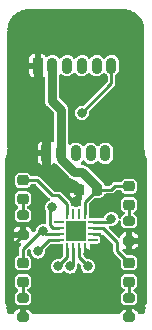
<source format=gbr>
%TF.GenerationSoftware,KiCad,Pcbnew,(6.0.5)*%
%TF.CreationDate,2022-08-05T23:57:32+09:00*%
%TF.ProjectId,ORION_enc_v1,4f52494f-4e5f-4656-9e63-5f76312e6b69,rev?*%
%TF.SameCoordinates,Original*%
%TF.FileFunction,Copper,L1,Top*%
%TF.FilePolarity,Positive*%
%FSLAX46Y46*%
G04 Gerber Fmt 4.6, Leading zero omitted, Abs format (unit mm)*
G04 Created by KiCad (PCBNEW (6.0.5)) date 2022-08-05 23:57:32*
%MOMM*%
%LPD*%
G01*
G04 APERTURE LIST*
G04 Aperture macros list*
%AMRoundRect*
0 Rectangle with rounded corners*
0 $1 Rounding radius*
0 $2 $3 $4 $5 $6 $7 $8 $9 X,Y pos of 4 corners*
0 Add a 4 corners polygon primitive as box body*
4,1,4,$2,$3,$4,$5,$6,$7,$8,$9,$2,$3,0*
0 Add four circle primitives for the rounded corners*
1,1,$1+$1,$2,$3*
1,1,$1+$1,$4,$5*
1,1,$1+$1,$6,$7*
1,1,$1+$1,$8,$9*
0 Add four rect primitives between the rounded corners*
20,1,$1+$1,$2,$3,$4,$5,0*
20,1,$1+$1,$4,$5,$6,$7,0*
20,1,$1+$1,$6,$7,$8,$9,0*
20,1,$1+$1,$8,$9,$2,$3,0*%
G04 Aperture macros list end*
%TA.AperFunction,SMDPad,CuDef*%
%ADD10RoundRect,0.218750X0.256250X-0.218750X0.256250X0.218750X-0.256250X0.218750X-0.256250X-0.218750X0*%
%TD*%
%TA.AperFunction,ComponentPad*%
%ADD11RoundRect,0.225000X-0.225000X-0.475000X0.225000X-0.475000X0.225000X0.475000X-0.225000X0.475000X0*%
%TD*%
%TA.AperFunction,ComponentPad*%
%ADD12O,0.900000X1.400000*%
%TD*%
%TA.AperFunction,SMDPad,CuDef*%
%ADD13RoundRect,0.200000X-0.275000X0.200000X-0.275000X-0.200000X0.275000X-0.200000X0.275000X0.200000X0*%
%TD*%
%TA.AperFunction,SMDPad,CuDef*%
%ADD14RoundRect,0.225000X0.225000X0.250000X-0.225000X0.250000X-0.225000X-0.250000X0.225000X-0.250000X0*%
%TD*%
%TA.AperFunction,SMDPad,CuDef*%
%ADD15RoundRect,0.062500X-0.350000X-0.062500X0.350000X-0.062500X0.350000X0.062500X-0.350000X0.062500X0*%
%TD*%
%TA.AperFunction,SMDPad,CuDef*%
%ADD16RoundRect,0.062500X-0.062500X-0.350000X0.062500X-0.350000X0.062500X0.350000X-0.062500X0.350000X0*%
%TD*%
%TA.AperFunction,SMDPad,CuDef*%
%ADD17R,1.700000X1.700000*%
%TD*%
%TA.AperFunction,ViaPad*%
%ADD18C,0.800000*%
%TD*%
%TA.AperFunction,ViaPad*%
%ADD19C,1.600000*%
%TD*%
%TA.AperFunction,Conductor*%
%ADD20C,0.250000*%
%TD*%
%TA.AperFunction,Conductor*%
%ADD21C,0.800000*%
%TD*%
G04 APERTURE END LIST*
D10*
%TO.P,D3,1,K*%
%TO.N,Net-(D3-Pad1)*%
X73500000Y-68287500D03*
%TO.P,D3,2,A*%
%TO.N,/MGL*%
X73500000Y-66712500D03*
%TD*%
D11*
%TO.P,J1,1,Pin_1*%
%TO.N,GND*%
X65750000Y-50000000D03*
D12*
%TO.P,J1,2,Pin_2*%
%TO.N,+3V3*%
X67000000Y-50000000D03*
%TO.P,J1,3,Pin_3*%
%TO.N,/NSS*%
X68250000Y-50000000D03*
%TO.P,J1,4,Pin_4*%
%TO.N,/CLK*%
X69500000Y-50000000D03*
%TO.P,J1,5,Pin_5*%
%TO.N,/MISO*%
X70750000Y-50000000D03*
%TO.P,J1,6,Pin_6*%
%TO.N,/MOSI*%
X72000000Y-50000000D03*
%TD*%
D10*
%TO.P,D1,1,K*%
%TO.N,Net-(D1-Pad1)*%
X73500000Y-61787500D03*
%TO.P,D1,2,A*%
%TO.N,+3V3*%
X73500000Y-60212500D03*
%TD*%
%TO.P,D4,1,K*%
%TO.N,Net-(D4-Pad1)*%
X64500000Y-68287500D03*
%TO.P,D4,2,A*%
%TO.N,/ENC_Z*%
X64500000Y-66712500D03*
%TD*%
D13*
%TO.P,R2,1*%
%TO.N,Net-(D2-Pad1)*%
X64500000Y-62675000D03*
%TO.P,R2,2*%
%TO.N,GND*%
X64500000Y-64325000D03*
%TD*%
%TO.P,R1,1*%
%TO.N,Net-(D1-Pad1)*%
X73500000Y-63175000D03*
%TO.P,R1,2*%
%TO.N,GND*%
X73500000Y-64825000D03*
%TD*%
D11*
%TO.P,J2,1,Pin_1*%
%TO.N,GND*%
X66500000Y-57432500D03*
D12*
%TO.P,J2,2,Pin_2*%
%TO.N,+3V3*%
X67750000Y-57432500D03*
%TO.P,J2,3,Pin_3*%
%TO.N,/ENC_A*%
X69000000Y-57432500D03*
%TO.P,J2,4,Pin_4*%
%TO.N,/ENC_B*%
X70250000Y-57432500D03*
%TO.P,J2,5,Pin_5*%
%TO.N,/ENC_Z*%
X71500000Y-57432500D03*
%TD*%
D14*
%TO.P,C1,1*%
%TO.N,+3V3*%
X70775000Y-60500000D03*
%TO.P,C1,2*%
%TO.N,GND*%
X69225000Y-60500000D03*
%TD*%
D15*
%TO.P,U1,1,SSD*%
%TO.N,unconnected-(U1-Pad1)*%
X67537500Y-63250000D03*
%TO.P,U1,2,A*%
%TO.N,/ENC_A*%
X67537500Y-63750000D03*
%TO.P,U1,3,Z*%
%TO.N,/ENC_Z*%
X67537500Y-64250000D03*
%TO.P,U1,4,MOSI*%
%TO.N,/MOSI*%
X67537500Y-64750000D03*
D16*
%TO.P,U1,5,~{CS}*%
%TO.N,/NSS*%
X68250000Y-65462500D03*
%TO.P,U1,6,B*%
%TO.N,/ENC_B*%
X68750000Y-65462500D03*
%TO.P,U1,7,MISO*%
%TO.N,/MISO*%
X69250000Y-65462500D03*
%TO.P,U1,8,GND*%
%TO.N,GND*%
X69750000Y-65462500D03*
D15*
%TO.P,U1,9,PWM*%
%TO.N,unconnected-(U1-Pad9)*%
X70462500Y-64750000D03*
%TO.P,U1,10,TEST*%
%TO.N,GND*%
X70462500Y-64250000D03*
%TO.P,U1,11,MGL*%
%TO.N,/MGL*%
X70462500Y-63750000D03*
%TO.P,U1,12,SCLK*%
%TO.N,/CLK*%
X70462500Y-63250000D03*
D16*
%TO.P,U1,13,VDD*%
%TO.N,+3V3*%
X69750000Y-62537500D03*
%TO.P,U1,14,NC*%
%TO.N,unconnected-(U1-Pad14)*%
X69250000Y-62537500D03*
%TO.P,U1,15,SSCK*%
%TO.N,unconnected-(U1-Pad15)*%
X68750000Y-62537500D03*
%TO.P,U1,16,MGH*%
%TO.N,/MGH*%
X68250000Y-62537500D03*
D17*
%TO.P,U1,17,PAD*%
%TO.N,GND*%
X69000000Y-64000000D03*
%TD*%
D13*
%TO.P,R4,1*%
%TO.N,Net-(D4-Pad1)*%
X64500000Y-69675000D03*
%TO.P,R4,2*%
%TO.N,GND*%
X64500000Y-71325000D03*
%TD*%
D10*
%TO.P,D2,1,K*%
%TO.N,Net-(D2-Pad1)*%
X64500000Y-61287500D03*
%TO.P,D2,2,A*%
%TO.N,/MGH*%
X64500000Y-59712500D03*
%TD*%
D13*
%TO.P,R3,1*%
%TO.N,Net-(D3-Pad1)*%
X73500000Y-69675000D03*
%TO.P,R3,2*%
%TO.N,GND*%
X73500000Y-71325000D03*
%TD*%
D18*
%TO.N,GND*%
X64500000Y-46000000D03*
X70500000Y-46000000D03*
X74000000Y-52000000D03*
X63500000Y-67500000D03*
X71750000Y-53000000D03*
X64000000Y-49000000D03*
X63487701Y-66000000D03*
X71500000Y-62000000D03*
X66000000Y-70500000D03*
X72000000Y-70500000D03*
X70000000Y-70500000D03*
X66000000Y-46000000D03*
X72000000Y-59000000D03*
X71500000Y-65000000D03*
X71000000Y-70500000D03*
X73500000Y-46000000D03*
X69000000Y-70500000D03*
X67500000Y-46000000D03*
X63500000Y-69000000D03*
X68000000Y-70500000D03*
X70500000Y-54775500D03*
X72000000Y-46000000D03*
X64000000Y-50500000D03*
X67000000Y-70500000D03*
X74500000Y-70500000D03*
X69000000Y-46000000D03*
X72012299Y-55987701D03*
X69000000Y-61500000D03*
X64000000Y-52000000D03*
D19*
X69000000Y-64000000D03*
D18*
X74500000Y-69000000D03*
X63500000Y-70500000D03*
X74500000Y-67500000D03*
X68600000Y-52000000D03*
X67500000Y-65500000D03*
X74000000Y-49000000D03*
X64000000Y-47500000D03*
X64000000Y-53500000D03*
X73000000Y-54250000D03*
X74000000Y-50500000D03*
X74000000Y-47500000D03*
X70012299Y-65987701D03*
%TO.N,/ENC_Z*%
X66237701Y-64000000D03*
%TO.N,/NSS*%
X67500000Y-67000000D03*
%TO.N,/CLK*%
X72000000Y-63000000D03*
%TO.N,/MISO*%
X70000000Y-67000000D03*
%TO.N,/MOSI*%
X69500000Y-54000000D03*
X65762299Y-65737701D03*
%TO.N,/ENC_A*%
X67000000Y-62000000D03*
%TO.N,/ENC_B*%
X68512299Y-67012299D03*
%TD*%
D20*
%TO.N,+3V3*%
X72287500Y-60212500D02*
X72000000Y-60500000D01*
X73500000Y-60212500D02*
X72287500Y-60212500D01*
D21*
X67000000Y-53000000D02*
X67000000Y-50000000D01*
D20*
X69750000Y-61525000D02*
X70775000Y-60500000D01*
D21*
X67750000Y-57432500D02*
X67750000Y-53750000D01*
D20*
X72000000Y-60500000D02*
X70775000Y-60500000D01*
D21*
X69500000Y-59000000D02*
X68833255Y-59000000D01*
X67750000Y-57916745D02*
X67750000Y-57432500D01*
D20*
X69750000Y-62537500D02*
X69750000Y-61525000D01*
D21*
X68833255Y-59000000D02*
X67750000Y-57916745D01*
X67750000Y-53750000D02*
X67000000Y-53000000D01*
X70775000Y-60275000D02*
X69500000Y-59000000D01*
X70775000Y-60500000D02*
X70775000Y-60275000D01*
D20*
%TO.N,GND*%
X70922328Y-64250000D02*
X70462500Y-64250000D01*
X64500000Y-70500000D02*
X65000000Y-70500000D01*
X71500000Y-64827672D02*
X70922328Y-64250000D01*
D21*
X66500000Y-57432500D02*
X66500000Y-59000000D01*
D20*
X66000000Y-69500000D02*
X71000000Y-69500000D01*
D21*
X65750000Y-50000000D02*
X65750000Y-54250000D01*
D20*
X71000000Y-69500000D02*
X72000000Y-69500000D01*
X63487701Y-66000000D02*
X63487701Y-65337299D01*
X63487701Y-65337299D02*
X64500000Y-64325000D01*
X64500000Y-71325000D02*
X64500000Y-70500000D01*
D21*
X67500000Y-60000000D02*
X68725000Y-60000000D01*
D20*
X69750000Y-65462500D02*
X69750000Y-65725402D01*
X73500000Y-70500000D02*
X73500000Y-71325000D01*
X70012299Y-65987701D02*
X71000000Y-66975402D01*
X71000000Y-66975402D02*
X71000000Y-69500000D01*
X65000000Y-70500000D02*
X66000000Y-69500000D01*
X69750000Y-65725402D02*
X70012299Y-65987701D01*
D21*
X65750000Y-54250000D02*
X66500000Y-55000000D01*
D20*
X71500000Y-65000000D02*
X71500000Y-64827672D01*
D21*
X66500000Y-59000000D02*
X67500000Y-60000000D01*
D20*
X72000000Y-69500000D02*
X73000000Y-70500000D01*
X73000000Y-70500000D02*
X73500000Y-70500000D01*
D21*
X66500000Y-55000000D02*
X66500000Y-57432500D01*
X68725000Y-60000000D02*
X69225000Y-60500000D01*
D20*
%TO.N,Net-(D1-Pad1)*%
X73500000Y-63175000D02*
X73500000Y-61787500D01*
%TO.N,Net-(D2-Pad1)*%
X64500000Y-61287500D02*
X64500000Y-62675000D01*
%TO.N,/MGH*%
X65712500Y-59712500D02*
X67000000Y-61000000D01*
X67500000Y-61000000D02*
X68250000Y-61750000D01*
X64500000Y-59712500D02*
X65712500Y-59712500D01*
X67000000Y-61000000D02*
X67500000Y-61000000D01*
X68250000Y-61750000D02*
X68250000Y-62537500D01*
%TO.N,Net-(D3-Pad1)*%
X73500000Y-69675000D02*
X73500000Y-68287500D01*
%TO.N,/MGL*%
X73500000Y-66712500D02*
X72500000Y-65712500D01*
X71274614Y-63750000D02*
X70462500Y-63750000D01*
X72500000Y-65712500D02*
X72500000Y-64975386D01*
X72500000Y-64975386D02*
X71274614Y-63750000D01*
%TO.N,Net-(D4-Pad1)*%
X64500000Y-69675000D02*
X64500000Y-68287500D01*
%TO.N,/ENC_Z*%
X66041783Y-64000000D02*
X64500000Y-65541783D01*
X66237701Y-64000000D02*
X66487701Y-64250000D01*
X66487701Y-64250000D02*
X67537500Y-64250000D01*
X64500000Y-65541783D02*
X64500000Y-66712500D01*
X66237701Y-64000000D02*
X66041783Y-64000000D01*
%TO.N,/NSS*%
X67500000Y-67000000D02*
X68250000Y-66250000D01*
X68250000Y-66250000D02*
X68250000Y-65462500D01*
%TO.N,/CLK*%
X71750000Y-63250000D02*
X72000000Y-63000000D01*
X70462500Y-63250000D02*
X71750000Y-63250000D01*
%TO.N,/MISO*%
X69250000Y-65462500D02*
X69250000Y-66250000D01*
X69250000Y-66250000D02*
X70000000Y-67000000D01*
%TO.N,/MOSI*%
X72000000Y-51500000D02*
X72000000Y-50000000D01*
X69500000Y-54000000D02*
X72000000Y-51500000D01*
X66750000Y-64750000D02*
X67537500Y-64750000D01*
X65762299Y-65737701D02*
X66750000Y-64750000D01*
%TO.N,/ENC_A*%
X66800480Y-63472808D02*
X67077672Y-63750000D01*
X67077672Y-63750000D02*
X67537500Y-63750000D01*
X66800480Y-62199520D02*
X66800480Y-63472808D01*
X67000000Y-62000000D02*
X66800480Y-62199520D01*
%TO.N,/ENC_B*%
X68512299Y-67012299D02*
X68750000Y-66774598D01*
X68750000Y-66774598D02*
X68750000Y-65462500D01*
%TD*%
%TA.AperFunction,Conductor*%
%TO.N,GND*%
G36*
X72980242Y-45202466D02*
G01*
X72985811Y-45202476D01*
X72999641Y-45205656D01*
X73013484Y-45202524D01*
X73027348Y-45202548D01*
X73035356Y-45202818D01*
X73167893Y-45211504D01*
X73226640Y-45215355D01*
X73242980Y-45217506D01*
X73457645Y-45260205D01*
X73473566Y-45264471D01*
X73680820Y-45334825D01*
X73696046Y-45341132D01*
X73892342Y-45437934D01*
X73906616Y-45446175D01*
X74088601Y-45567774D01*
X74101676Y-45577807D01*
X74266237Y-45722122D01*
X74277878Y-45733763D01*
X74290091Y-45747689D01*
X74422193Y-45898324D01*
X74432226Y-45911399D01*
X74553825Y-46093384D01*
X74562066Y-46107658D01*
X74658868Y-46303954D01*
X74665175Y-46319180D01*
X74735529Y-46526434D01*
X74739795Y-46542355D01*
X74782494Y-46757020D01*
X74784645Y-46773360D01*
X74797274Y-46966038D01*
X74797544Y-46974499D01*
X74797524Y-46985811D01*
X74794344Y-46999641D01*
X74797475Y-47013480D01*
X74797467Y-47018311D01*
X74799500Y-47036504D01*
X74799500Y-56962920D01*
X74797534Y-56980242D01*
X74797524Y-56985811D01*
X74794344Y-56999641D01*
X74795862Y-57006350D01*
X74811551Y-57265726D01*
X74859537Y-57527577D01*
X74938736Y-57781734D01*
X74940301Y-57785211D01*
X74988899Y-57893191D01*
X75000000Y-57944903D01*
X75000000Y-70055097D01*
X74988899Y-70106809D01*
X74938736Y-70218266D01*
X74859537Y-70472423D01*
X74811551Y-70734274D01*
X74811322Y-70738066D01*
X74811321Y-70738071D01*
X74802639Y-70881608D01*
X74778561Y-70948396D01*
X74722196Y-70991565D01*
X74676869Y-71000000D01*
X74349490Y-71000000D01*
X74281369Y-70979998D01*
X74234876Y-70926342D01*
X74231508Y-70918231D01*
X74221231Y-70890819D01*
X74212701Y-70875237D01*
X74137570Y-70774991D01*
X74125009Y-70762430D01*
X74024763Y-70687299D01*
X74009177Y-70678767D01*
X73890867Y-70634414D01*
X73875621Y-70630789D01*
X73825729Y-70625369D01*
X73818915Y-70625000D01*
X73772115Y-70625000D01*
X73756876Y-70629475D01*
X73755671Y-70630865D01*
X73754000Y-70638548D01*
X73754000Y-71000000D01*
X73246000Y-71000000D01*
X73246000Y-70643115D01*
X73241525Y-70627876D01*
X73240135Y-70626671D01*
X73232452Y-70625000D01*
X73181085Y-70625000D01*
X73174271Y-70625369D01*
X73124379Y-70630789D01*
X73109133Y-70634414D01*
X72990823Y-70678767D01*
X72975237Y-70687299D01*
X72874991Y-70762430D01*
X72862430Y-70774991D01*
X72787299Y-70875237D01*
X72778769Y-70890819D01*
X72768492Y-70918231D01*
X72725849Y-70974995D01*
X72659288Y-70999694D01*
X72650510Y-71000000D01*
X65349490Y-71000000D01*
X65281369Y-70979998D01*
X65234876Y-70926342D01*
X65231508Y-70918231D01*
X65221231Y-70890819D01*
X65212701Y-70875237D01*
X65137570Y-70774991D01*
X65125009Y-70762430D01*
X65024763Y-70687299D01*
X65009177Y-70678767D01*
X64890867Y-70634414D01*
X64875621Y-70630789D01*
X64825729Y-70625369D01*
X64818915Y-70625000D01*
X64772115Y-70625000D01*
X64756876Y-70629475D01*
X64755671Y-70630865D01*
X64754000Y-70638548D01*
X64754000Y-71000000D01*
X64246000Y-71000000D01*
X64246000Y-70643115D01*
X64241525Y-70627876D01*
X64240135Y-70626671D01*
X64232452Y-70625000D01*
X64181085Y-70625000D01*
X64174271Y-70625369D01*
X64124379Y-70630789D01*
X64109133Y-70634414D01*
X63990823Y-70678767D01*
X63975237Y-70687299D01*
X63874991Y-70762430D01*
X63862430Y-70774991D01*
X63787299Y-70875237D01*
X63778769Y-70890819D01*
X63768492Y-70918231D01*
X63725849Y-70974995D01*
X63659288Y-70999694D01*
X63650510Y-71000000D01*
X63323131Y-71000000D01*
X63255010Y-70979998D01*
X63208517Y-70926342D01*
X63197361Y-70881608D01*
X63188679Y-70738071D01*
X63188678Y-70738066D01*
X63188449Y-70734274D01*
X63140463Y-70472423D01*
X63061264Y-70218266D01*
X63011101Y-70106809D01*
X63000000Y-70055097D01*
X63000000Y-69443481D01*
X63824500Y-69443481D01*
X63824501Y-69906518D01*
X63839354Y-70000304D01*
X63896950Y-70113342D01*
X63986658Y-70203050D01*
X64099696Y-70260646D01*
X64109485Y-70262196D01*
X64109487Y-70262197D01*
X64136849Y-70266530D01*
X64193481Y-70275500D01*
X64499938Y-70275500D01*
X64806518Y-70275499D01*
X64811412Y-70274724D01*
X64890506Y-70262198D01*
X64890508Y-70262197D01*
X64900304Y-70260646D01*
X65013342Y-70203050D01*
X65103050Y-70113342D01*
X65160646Y-70000304D01*
X65175500Y-69906519D01*
X65175499Y-69443482D01*
X65175499Y-69443481D01*
X72824500Y-69443481D01*
X72824501Y-69906518D01*
X72839354Y-70000304D01*
X72896950Y-70113342D01*
X72986658Y-70203050D01*
X73099696Y-70260646D01*
X73109485Y-70262196D01*
X73109487Y-70262197D01*
X73136849Y-70266530D01*
X73193481Y-70275500D01*
X73499938Y-70275500D01*
X73806518Y-70275499D01*
X73811412Y-70274724D01*
X73890506Y-70262198D01*
X73890508Y-70262197D01*
X73900304Y-70260646D01*
X74013342Y-70203050D01*
X74103050Y-70113342D01*
X74160646Y-70000304D01*
X74175500Y-69906519D01*
X74175499Y-69443482D01*
X74160646Y-69349696D01*
X74103050Y-69236658D01*
X74013342Y-69146950D01*
X73938149Y-69108637D01*
X73886534Y-69059888D01*
X73869468Y-68990973D01*
X73892369Y-68923772D01*
X73938149Y-68884103D01*
X73996919Y-68854158D01*
X74005751Y-68849658D01*
X74099658Y-68755751D01*
X74159951Y-68637420D01*
X74175500Y-68539246D01*
X74175500Y-68035754D01*
X74159951Y-67937580D01*
X74099658Y-67819249D01*
X74005751Y-67725342D01*
X73887420Y-67665049D01*
X73789246Y-67649500D01*
X73210754Y-67649500D01*
X73112580Y-67665049D01*
X72994249Y-67725342D01*
X72900342Y-67819249D01*
X72840049Y-67937580D01*
X72824500Y-68035754D01*
X72824500Y-68539246D01*
X72840049Y-68637420D01*
X72900342Y-68755751D01*
X72994249Y-68849658D01*
X73003081Y-68854158D01*
X73061851Y-68884103D01*
X73113466Y-68932851D01*
X73130532Y-69001766D01*
X73107631Y-69068968D01*
X73061851Y-69108637D01*
X72986658Y-69146950D01*
X72896950Y-69236658D01*
X72839354Y-69349696D01*
X72824500Y-69443481D01*
X65175499Y-69443481D01*
X65160646Y-69349696D01*
X65103050Y-69236658D01*
X65013342Y-69146950D01*
X64938149Y-69108637D01*
X64886534Y-69059888D01*
X64869468Y-68990973D01*
X64892369Y-68923772D01*
X64938149Y-68884103D01*
X64996919Y-68854158D01*
X65005751Y-68849658D01*
X65099658Y-68755751D01*
X65159951Y-68637420D01*
X65175500Y-68539246D01*
X65175500Y-68035754D01*
X65159951Y-67937580D01*
X65099658Y-67819249D01*
X65005751Y-67725342D01*
X64887420Y-67665049D01*
X64789246Y-67649500D01*
X64210754Y-67649500D01*
X64112580Y-67665049D01*
X63994249Y-67725342D01*
X63900342Y-67819249D01*
X63840049Y-67937580D01*
X63824500Y-68035754D01*
X63824500Y-68539246D01*
X63840049Y-68637420D01*
X63900342Y-68755751D01*
X63994249Y-68849658D01*
X64003081Y-68854158D01*
X64061851Y-68884103D01*
X64113466Y-68932851D01*
X64130532Y-69001766D01*
X64107631Y-69068968D01*
X64061851Y-69108637D01*
X63986658Y-69146950D01*
X63896950Y-69236658D01*
X63839354Y-69349696D01*
X63824500Y-69443481D01*
X63000000Y-69443481D01*
X63000000Y-64595906D01*
X63727561Y-64595906D01*
X63730789Y-64625621D01*
X63734415Y-64640868D01*
X63778767Y-64759177D01*
X63787299Y-64774763D01*
X63862430Y-64875009D01*
X63874991Y-64887570D01*
X63975237Y-64962701D01*
X63990823Y-64971233D01*
X64109133Y-65015586D01*
X64124379Y-65019211D01*
X64174271Y-65024631D01*
X64181085Y-65025000D01*
X64252267Y-65025000D01*
X64320388Y-65045002D01*
X64366881Y-65098658D01*
X64376985Y-65168932D01*
X64347491Y-65233512D01*
X64341362Y-65240095D01*
X64283785Y-65297672D01*
X64275681Y-65305099D01*
X64246806Y-65329328D01*
X64241293Y-65338877D01*
X64227961Y-65361968D01*
X64222055Y-65371239D01*
X64200446Y-65402099D01*
X64197592Y-65412749D01*
X64196115Y-65415917D01*
X64194923Y-65419193D01*
X64189412Y-65428738D01*
X64183462Y-65462482D01*
X64182870Y-65465841D01*
X64180492Y-65476568D01*
X64170736Y-65512976D01*
X64171697Y-65523961D01*
X64171697Y-65523963D01*
X64174020Y-65550511D01*
X64174500Y-65561493D01*
X64174500Y-65981286D01*
X64154498Y-66049407D01*
X64105703Y-66093553D01*
X63994249Y-66150342D01*
X63900342Y-66244249D01*
X63840049Y-66362580D01*
X63824500Y-66460754D01*
X63824500Y-66964246D01*
X63840049Y-67062420D01*
X63900342Y-67180751D01*
X63994249Y-67274658D01*
X64112580Y-67334951D01*
X64210754Y-67350500D01*
X64789246Y-67350500D01*
X64887420Y-67334951D01*
X65005751Y-67274658D01*
X65099658Y-67180751D01*
X65159951Y-67062420D01*
X65175500Y-66964246D01*
X65175500Y-66460754D01*
X65159951Y-66362580D01*
X65134472Y-66312575D01*
X65121368Y-66242798D01*
X65135273Y-66208540D01*
X65080852Y-66206596D01*
X65031548Y-66176139D01*
X65005751Y-66150342D01*
X64894297Y-66093553D01*
X64842682Y-66044804D01*
X64825500Y-65981286D01*
X64825500Y-65728799D01*
X64845502Y-65660678D01*
X64862405Y-65639704D01*
X64953615Y-65548494D01*
X65015927Y-65514468D01*
X65086742Y-65519533D01*
X65143578Y-65562080D01*
X65168389Y-65628600D01*
X65167632Y-65654033D01*
X65156617Y-65737701D01*
X65177255Y-65894463D01*
X65180414Y-65902090D01*
X65180415Y-65902093D01*
X65237052Y-66038826D01*
X65244641Y-66109416D01*
X65231833Y-66135004D01*
X65277027Y-66133066D01*
X65333026Y-66164691D01*
X65334017Y-66165983D01*
X65459458Y-66262237D01*
X65605537Y-66322745D01*
X65762299Y-66343383D01*
X65770487Y-66342305D01*
X65910873Y-66323823D01*
X65919061Y-66322745D01*
X66065140Y-66262237D01*
X66190581Y-66165983D01*
X66286835Y-66040542D01*
X66347343Y-65894463D01*
X66367981Y-65737701D01*
X66359181Y-65670858D01*
X66370120Y-65600711D01*
X66395008Y-65565318D01*
X66847921Y-65112405D01*
X66910233Y-65078379D01*
X66937016Y-65075500D01*
X67565975Y-65075500D01*
X67565977Y-65075499D01*
X67798500Y-65075499D01*
X67866621Y-65095501D01*
X67913114Y-65149157D01*
X67924500Y-65201499D01*
X67924500Y-66062983D01*
X67904498Y-66131104D01*
X67887595Y-66152078D01*
X67672382Y-66367291D01*
X67610070Y-66401317D01*
X67566842Y-66403118D01*
X67500000Y-66394318D01*
X67343238Y-66414956D01*
X67197159Y-66475464D01*
X67071718Y-66571718D01*
X66975464Y-66697159D01*
X66914956Y-66843238D01*
X66894318Y-67000000D01*
X66914956Y-67156762D01*
X66975464Y-67302841D01*
X67071718Y-67428282D01*
X67078264Y-67433305D01*
X67107918Y-67456059D01*
X67197159Y-67524536D01*
X67343238Y-67585044D01*
X67500000Y-67605682D01*
X67508188Y-67604604D01*
X67648574Y-67586122D01*
X67656762Y-67585044D01*
X67802841Y-67524536D01*
X67809392Y-67519509D01*
X67809396Y-67519507D01*
X67922641Y-67432612D01*
X67988861Y-67407012D01*
X68058410Y-67421277D01*
X68083360Y-67439725D01*
X68084017Y-67440581D01*
X68209458Y-67536835D01*
X68355537Y-67597343D01*
X68512299Y-67617981D01*
X68520487Y-67616903D01*
X68660873Y-67598421D01*
X68669061Y-67597343D01*
X68815140Y-67536835D01*
X68940581Y-67440581D01*
X69036835Y-67315140D01*
X69097343Y-67169061D01*
X69117981Y-67012299D01*
X69111003Y-66959292D01*
X69100632Y-66880517D01*
X69111572Y-66810368D01*
X69158700Y-66757270D01*
X69227054Y-66738080D01*
X69294932Y-66758891D01*
X69314646Y-66774973D01*
X69367292Y-66827619D01*
X69401317Y-66889932D01*
X69403118Y-66933158D01*
X69394318Y-67000000D01*
X69414956Y-67156762D01*
X69475464Y-67302841D01*
X69571718Y-67428282D01*
X69578264Y-67433305D01*
X69607918Y-67456059D01*
X69697159Y-67524536D01*
X69843238Y-67585044D01*
X70000000Y-67605682D01*
X70008188Y-67604604D01*
X70148574Y-67586122D01*
X70156762Y-67585044D01*
X70302841Y-67524536D01*
X70392082Y-67456059D01*
X70421736Y-67433305D01*
X70428282Y-67428282D01*
X70524536Y-67302841D01*
X70585044Y-67156762D01*
X70605682Y-67000000D01*
X70585044Y-66843238D01*
X70524536Y-66697159D01*
X70428282Y-66571718D01*
X70302841Y-66475464D01*
X70156762Y-66414956D01*
X70000000Y-66394318D01*
X69991812Y-66395396D01*
X69990377Y-66395396D01*
X69922256Y-66375394D01*
X69875763Y-66321738D01*
X69865659Y-66251464D01*
X69895153Y-66186884D01*
X69934846Y-66156293D01*
X70017089Y-66115914D01*
X70033794Y-66103954D01*
X70104341Y-66033284D01*
X70116269Y-66016561D01*
X70160401Y-65926278D01*
X70166107Y-65907817D01*
X70174340Y-65851382D01*
X70175000Y-65842283D01*
X70175000Y-65201500D01*
X70195002Y-65133379D01*
X70248658Y-65086886D01*
X70301000Y-65075500D01*
X70817310Y-65075499D01*
X70838400Y-65075499D01*
X70844467Y-65074292D01*
X70844470Y-65074292D01*
X70902946Y-65062661D01*
X70902947Y-65062661D01*
X70915117Y-65060240D01*
X70937923Y-65045002D01*
X70991796Y-65009005D01*
X71002112Y-65002112D01*
X71022745Y-64971233D01*
X71053347Y-64925434D01*
X71053348Y-64925432D01*
X71060240Y-64915117D01*
X71075500Y-64838401D01*
X71075499Y-64661600D01*
X71072133Y-64644675D01*
X71078464Y-64573961D01*
X71099146Y-64542373D01*
X71098292Y-64541764D01*
X71116269Y-64516561D01*
X71160401Y-64426278D01*
X71166106Y-64407818D01*
X71168821Y-64389212D01*
X71198448Y-64324693D01*
X71258254Y-64286433D01*
X71329250Y-64286581D01*
X71382596Y-64318308D01*
X72137595Y-65073307D01*
X72171621Y-65135619D01*
X72174500Y-65162402D01*
X72174500Y-65692790D01*
X72174020Y-65703772D01*
X72170736Y-65741307D01*
X72173590Y-65751956D01*
X72180491Y-65777710D01*
X72182870Y-65788442D01*
X72189412Y-65825545D01*
X72194923Y-65835090D01*
X72196115Y-65838366D01*
X72197592Y-65841534D01*
X72200446Y-65852184D01*
X72206770Y-65861215D01*
X72222055Y-65883044D01*
X72227961Y-65892315D01*
X72241293Y-65915406D01*
X72246806Y-65924955D01*
X72255251Y-65932041D01*
X72275682Y-65949185D01*
X72283785Y-65956611D01*
X72787595Y-66460421D01*
X72821621Y-66522733D01*
X72824500Y-66549516D01*
X72824500Y-66964246D01*
X72840049Y-67062420D01*
X72900342Y-67180751D01*
X72994249Y-67274658D01*
X73112580Y-67334951D01*
X73210754Y-67350500D01*
X73789246Y-67350500D01*
X73887420Y-67334951D01*
X74005751Y-67274658D01*
X74099658Y-67180751D01*
X74159951Y-67062420D01*
X74175500Y-66964246D01*
X74175500Y-66460754D01*
X74159951Y-66362580D01*
X74099658Y-66244249D01*
X74005751Y-66150342D01*
X73887420Y-66090049D01*
X73789246Y-66074500D01*
X73374516Y-66074500D01*
X73306395Y-66054498D01*
X73285421Y-66037595D01*
X72967298Y-65719472D01*
X72933272Y-65657160D01*
X72938337Y-65586345D01*
X72980884Y-65529509D01*
X73047404Y-65504698D01*
X73100623Y-65512395D01*
X73109137Y-65515587D01*
X73124379Y-65519211D01*
X73174271Y-65524631D01*
X73181085Y-65525000D01*
X73227885Y-65525000D01*
X73243124Y-65520525D01*
X73244329Y-65519135D01*
X73246000Y-65511452D01*
X73246000Y-65506885D01*
X73754000Y-65506885D01*
X73758475Y-65522124D01*
X73759865Y-65523329D01*
X73767548Y-65525000D01*
X73818915Y-65525000D01*
X73825729Y-65524631D01*
X73875621Y-65519211D01*
X73890867Y-65515586D01*
X74009177Y-65471233D01*
X74024763Y-65462701D01*
X74125009Y-65387570D01*
X74137570Y-65375009D01*
X74212701Y-65274763D01*
X74221233Y-65259177D01*
X74265585Y-65140868D01*
X74269211Y-65125621D01*
X74272319Y-65097011D01*
X74269703Y-65082418D01*
X74257271Y-65079000D01*
X73772115Y-65079000D01*
X73756876Y-65083475D01*
X73755671Y-65084865D01*
X73754000Y-65092548D01*
X73754000Y-65506885D01*
X73246000Y-65506885D01*
X73246000Y-64552885D01*
X73754000Y-64552885D01*
X73758475Y-64568124D01*
X73759865Y-64569329D01*
X73767548Y-64571000D01*
X74256161Y-64571000D01*
X74270384Y-64566824D01*
X74272439Y-64554094D01*
X74269211Y-64524379D01*
X74265585Y-64509132D01*
X74221233Y-64390823D01*
X74212701Y-64375237D01*
X74137570Y-64274991D01*
X74125009Y-64262430D01*
X74024763Y-64187299D01*
X74009177Y-64178767D01*
X73890867Y-64134414D01*
X73875621Y-64130789D01*
X73825729Y-64125369D01*
X73818915Y-64125000D01*
X73772115Y-64125000D01*
X73756876Y-64129475D01*
X73755671Y-64130865D01*
X73754000Y-64138548D01*
X73754000Y-64552885D01*
X73246000Y-64552885D01*
X73246000Y-64143115D01*
X73241525Y-64127876D01*
X73240135Y-64126671D01*
X73232452Y-64125000D01*
X73181085Y-64125000D01*
X73174271Y-64125369D01*
X73124379Y-64130789D01*
X73109133Y-64134414D01*
X72990823Y-64178767D01*
X72975237Y-64187299D01*
X72874991Y-64262430D01*
X72862430Y-64274991D01*
X72787299Y-64375237D01*
X72778767Y-64390823D01*
X72737578Y-64500695D01*
X72694937Y-64557460D01*
X72628376Y-64582160D01*
X72559027Y-64566953D01*
X72530501Y-64545561D01*
X71791021Y-63806081D01*
X71756995Y-63743769D01*
X71762060Y-63672954D01*
X71804607Y-63616118D01*
X71871127Y-63591307D01*
X71896560Y-63592064D01*
X72000000Y-63605682D01*
X72008188Y-63604604D01*
X72148574Y-63586122D01*
X72156762Y-63585044D01*
X72302841Y-63524536D01*
X72428282Y-63428282D01*
X72524536Y-63302841D01*
X72582092Y-63163889D01*
X72626641Y-63108609D01*
X72694004Y-63086188D01*
X72762795Y-63103746D01*
X72811174Y-63155709D01*
X72824501Y-63212106D01*
X72824501Y-63406518D01*
X72825276Y-63411409D01*
X72825276Y-63411412D01*
X72834920Y-63472304D01*
X72839354Y-63500304D01*
X72896950Y-63613342D01*
X72986658Y-63703050D01*
X73099696Y-63760646D01*
X73109485Y-63762196D01*
X73109487Y-63762197D01*
X73136849Y-63766530D01*
X73193481Y-63775500D01*
X73499938Y-63775500D01*
X73806518Y-63775499D01*
X73811412Y-63774724D01*
X73890506Y-63762198D01*
X73890508Y-63762197D01*
X73900304Y-63760646D01*
X74013342Y-63703050D01*
X74103050Y-63613342D01*
X74160646Y-63500304D01*
X74175500Y-63406519D01*
X74175499Y-62943482D01*
X74173274Y-62929431D01*
X74162198Y-62859494D01*
X74162197Y-62859492D01*
X74160646Y-62849696D01*
X74103050Y-62736658D01*
X74013342Y-62646950D01*
X73938149Y-62608637D01*
X73886534Y-62559888D01*
X73869468Y-62490973D01*
X73892369Y-62423772D01*
X73938149Y-62384103D01*
X73986447Y-62359494D01*
X74005751Y-62349658D01*
X74099658Y-62255751D01*
X74159951Y-62137420D01*
X74175500Y-62039246D01*
X74175500Y-61535754D01*
X74159951Y-61437580D01*
X74099658Y-61319249D01*
X74005751Y-61225342D01*
X73917109Y-61180176D01*
X73896254Y-61169550D01*
X73896253Y-61169550D01*
X73887420Y-61165049D01*
X73789246Y-61149500D01*
X73210754Y-61149500D01*
X73112580Y-61165049D01*
X73103747Y-61169550D01*
X73103746Y-61169550D01*
X73082891Y-61180176D01*
X72994249Y-61225342D01*
X72900342Y-61319249D01*
X72840049Y-61437580D01*
X72824500Y-61535754D01*
X72824500Y-62039246D01*
X72840049Y-62137420D01*
X72900342Y-62255751D01*
X72994249Y-62349658D01*
X73013553Y-62359494D01*
X73061851Y-62384103D01*
X73113466Y-62432851D01*
X73130532Y-62501766D01*
X73107631Y-62568968D01*
X73061851Y-62608637D01*
X72986658Y-62646950D01*
X72896950Y-62736658D01*
X72839354Y-62849696D01*
X72837803Y-62859489D01*
X72837802Y-62859492D01*
X72836885Y-62865279D01*
X72806472Y-62929431D01*
X72746203Y-62966956D01*
X72675213Y-62965941D01*
X72616042Y-62926707D01*
X72587515Y-62862008D01*
X72586122Y-62851428D01*
X72585044Y-62843238D01*
X72524536Y-62697159D01*
X72428282Y-62571718D01*
X72420802Y-62565978D01*
X72360242Y-62519509D01*
X72302841Y-62475464D01*
X72156762Y-62414956D01*
X72000000Y-62394318D01*
X71843238Y-62414956D01*
X71697159Y-62475464D01*
X71639758Y-62519509D01*
X71579199Y-62565978D01*
X71571718Y-62571718D01*
X71475464Y-62697159D01*
X71414956Y-62843238D01*
X71412538Y-62842236D01*
X71382382Y-62891723D01*
X71318525Y-62922753D01*
X71297615Y-62924500D01*
X70434025Y-62924500D01*
X70434023Y-62924501D01*
X70201500Y-62924501D01*
X70133379Y-62904499D01*
X70086886Y-62850843D01*
X70075500Y-62798501D01*
X70075500Y-61712016D01*
X70095502Y-61643895D01*
X70112405Y-61622921D01*
X70522921Y-61212405D01*
X70585233Y-61178379D01*
X70612016Y-61175500D01*
X71033488Y-61175500D01*
X71093851Y-61165940D01*
X71123335Y-61161270D01*
X71123337Y-61161269D01*
X71133126Y-61159719D01*
X71253220Y-61098528D01*
X71348528Y-61003220D01*
X71404027Y-60894297D01*
X71452775Y-60842682D01*
X71516294Y-60825500D01*
X71980290Y-60825500D01*
X71991272Y-60825980D01*
X72017820Y-60828303D01*
X72017822Y-60828303D01*
X72028807Y-60829264D01*
X72065215Y-60819508D01*
X72075942Y-60817130D01*
X72079301Y-60816538D01*
X72113045Y-60810588D01*
X72122590Y-60805077D01*
X72125866Y-60803885D01*
X72129034Y-60802408D01*
X72139684Y-60799554D01*
X72170544Y-60777945D01*
X72179815Y-60772039D01*
X72202906Y-60758707D01*
X72212455Y-60753194D01*
X72236679Y-60724325D01*
X72244106Y-60716220D01*
X72385423Y-60574904D01*
X72447735Y-60540879D01*
X72474518Y-60538000D01*
X72750393Y-60538000D01*
X72818514Y-60558002D01*
X72862659Y-60606797D01*
X72895838Y-60671914D01*
X72895841Y-60671918D01*
X72900342Y-60680751D01*
X72994249Y-60774658D01*
X73068520Y-60812501D01*
X73101419Y-60829264D01*
X73112580Y-60834951D01*
X73210754Y-60850500D01*
X73789246Y-60850500D01*
X73887420Y-60834951D01*
X73898582Y-60829264D01*
X73931480Y-60812501D01*
X74005751Y-60774658D01*
X74099658Y-60680751D01*
X74159951Y-60562420D01*
X74175500Y-60464246D01*
X74175500Y-59960754D01*
X74159951Y-59862580D01*
X74149308Y-59841691D01*
X74142113Y-59827571D01*
X74099658Y-59744249D01*
X74005751Y-59650342D01*
X73887420Y-59590049D01*
X73789246Y-59574500D01*
X73210754Y-59574500D01*
X73112580Y-59590049D01*
X72994249Y-59650342D01*
X72900342Y-59744249D01*
X72895842Y-59753080D01*
X72895838Y-59753086D01*
X72862659Y-59818203D01*
X72813911Y-59869818D01*
X72750393Y-59887000D01*
X72307198Y-59887000D01*
X72296216Y-59886520D01*
X72269680Y-59884198D01*
X72269678Y-59884198D01*
X72258693Y-59883237D01*
X72248043Y-59886091D01*
X72248041Y-59886091D01*
X72222304Y-59892988D01*
X72211569Y-59895368D01*
X72204008Y-59896701D01*
X72174455Y-59901912D01*
X72164907Y-59907424D01*
X72161630Y-59908617D01*
X72158462Y-59910094D01*
X72147816Y-59912947D01*
X72138787Y-59919269D01*
X72116953Y-59934557D01*
X72107685Y-59940461D01*
X72075045Y-59959306D01*
X72067962Y-59967747D01*
X72067961Y-59967748D01*
X72050825Y-59988170D01*
X72043400Y-59996273D01*
X71964769Y-60074905D01*
X71902079Y-60137595D01*
X71839767Y-60171620D01*
X71812983Y-60174500D01*
X71516294Y-60174500D01*
X71448173Y-60154498D01*
X71404027Y-60105703D01*
X71353028Y-60005612D01*
X71348528Y-59996780D01*
X71253220Y-59901472D01*
X71249198Y-59899423D01*
X71227516Y-59878301D01*
X71215453Y-59862580D01*
X71203282Y-59846718D01*
X71178328Y-59827570D01*
X71165938Y-59816703D01*
X69958292Y-58609057D01*
X69947432Y-58596675D01*
X69928282Y-58571718D01*
X69802841Y-58475464D01*
X69656762Y-58414956D01*
X69539361Y-58399500D01*
X69500000Y-58394318D01*
X69500387Y-58391378D01*
X69445950Y-58375394D01*
X69399457Y-58321738D01*
X69389353Y-58251464D01*
X69422221Y-58183143D01*
X69525020Y-58073673D01*
X69530448Y-58067893D01*
X69531160Y-58068562D01*
X69581863Y-58029461D01*
X69652599Y-58023383D01*
X69715392Y-58056512D01*
X69729517Y-58072813D01*
X69772037Y-58131337D01*
X69898674Y-58236100D01*
X70047387Y-58306079D01*
X70055170Y-58307564D01*
X70055174Y-58307565D01*
X70201044Y-58335391D01*
X70201046Y-58335391D01*
X70208830Y-58336876D01*
X70290845Y-58331716D01*
X70364949Y-58327054D01*
X70364951Y-58327054D01*
X70372860Y-58326556D01*
X70380396Y-58324107D01*
X70380398Y-58324107D01*
X70435882Y-58306079D01*
X70529171Y-58275768D01*
X70667940Y-58187702D01*
X70780448Y-58067893D01*
X70781160Y-58068562D01*
X70831863Y-58029461D01*
X70902599Y-58023383D01*
X70965392Y-58056512D01*
X70979517Y-58072813D01*
X71022037Y-58131337D01*
X71148674Y-58236100D01*
X71297387Y-58306079D01*
X71305170Y-58307564D01*
X71305174Y-58307565D01*
X71451044Y-58335391D01*
X71451046Y-58335391D01*
X71458830Y-58336876D01*
X71540845Y-58331716D01*
X71614949Y-58327054D01*
X71614951Y-58327054D01*
X71622860Y-58326556D01*
X71630396Y-58324107D01*
X71630398Y-58324107D01*
X71685882Y-58306079D01*
X71779171Y-58275768D01*
X71917940Y-58187702D01*
X72030448Y-58067893D01*
X72051577Y-58029461D01*
X72098063Y-57944903D01*
X72109627Y-57923868D01*
X72115820Y-57899750D01*
X72148529Y-57772355D01*
X72148529Y-57772352D01*
X72150500Y-57764677D01*
X72150500Y-57141575D01*
X72135071Y-57019442D01*
X72130377Y-57007585D01*
X72100500Y-56932126D01*
X72074568Y-56866629D01*
X72023572Y-56796438D01*
X71982623Y-56740077D01*
X71977963Y-56733663D01*
X71851326Y-56628900D01*
X71702613Y-56558921D01*
X71694830Y-56557436D01*
X71694826Y-56557435D01*
X71548956Y-56529609D01*
X71548954Y-56529609D01*
X71541170Y-56528124D01*
X71459155Y-56533284D01*
X71385051Y-56537946D01*
X71385049Y-56537946D01*
X71377140Y-56538444D01*
X71369604Y-56540893D01*
X71369602Y-56540893D01*
X71327637Y-56554528D01*
X71220829Y-56589232D01*
X71082060Y-56677298D01*
X71076633Y-56683077D01*
X71076632Y-56683078D01*
X71055723Y-56705344D01*
X70969552Y-56797107D01*
X70968840Y-56796438D01*
X70918137Y-56835539D01*
X70847401Y-56841617D01*
X70784608Y-56808488D01*
X70770483Y-56792187D01*
X70732623Y-56740077D01*
X70727963Y-56733663D01*
X70601326Y-56628900D01*
X70452613Y-56558921D01*
X70444830Y-56557436D01*
X70444826Y-56557435D01*
X70298956Y-56529609D01*
X70298954Y-56529609D01*
X70291170Y-56528124D01*
X70209155Y-56533284D01*
X70135051Y-56537946D01*
X70135049Y-56537946D01*
X70127140Y-56538444D01*
X70119604Y-56540893D01*
X70119602Y-56540893D01*
X70077637Y-56554528D01*
X69970829Y-56589232D01*
X69832060Y-56677298D01*
X69826633Y-56683077D01*
X69826632Y-56683078D01*
X69805723Y-56705344D01*
X69719552Y-56797107D01*
X69718840Y-56796438D01*
X69668137Y-56835539D01*
X69597401Y-56841617D01*
X69534608Y-56808488D01*
X69520483Y-56792187D01*
X69482623Y-56740077D01*
X69477963Y-56733663D01*
X69351326Y-56628900D01*
X69202613Y-56558921D01*
X69194830Y-56557436D01*
X69194826Y-56557435D01*
X69048956Y-56529609D01*
X69048954Y-56529609D01*
X69041170Y-56528124D01*
X68959155Y-56533284D01*
X68885051Y-56537946D01*
X68885049Y-56537946D01*
X68877140Y-56538444D01*
X68869604Y-56540893D01*
X68869602Y-56540893D01*
X68827637Y-56554528D01*
X68720829Y-56589232D01*
X68582060Y-56677298D01*
X68576634Y-56683076D01*
X68576633Y-56683077D01*
X68568351Y-56691897D01*
X68507139Y-56727863D01*
X68436199Y-56725026D01*
X68378054Y-56684286D01*
X68351166Y-56618578D01*
X68350500Y-56605645D01*
X68350500Y-53797619D01*
X68351578Y-53781173D01*
X68354604Y-53758188D01*
X68355682Y-53750000D01*
X68335044Y-53593238D01*
X68274536Y-53447159D01*
X68202450Y-53353215D01*
X68178282Y-53321718D01*
X68162219Y-53309392D01*
X68153329Y-53302571D01*
X68140938Y-53291703D01*
X67637405Y-52788170D01*
X67603379Y-52725858D01*
X67600500Y-52699075D01*
X67600500Y-50824693D01*
X67620502Y-50756572D01*
X67674158Y-50710079D01*
X67744432Y-50699975D01*
X67806815Y-50727608D01*
X67840171Y-50755202D01*
X67898674Y-50803600D01*
X68047387Y-50873579D01*
X68055170Y-50875064D01*
X68055174Y-50875065D01*
X68201044Y-50902891D01*
X68201046Y-50902891D01*
X68208830Y-50904376D01*
X68290845Y-50899216D01*
X68364949Y-50894554D01*
X68364951Y-50894554D01*
X68372860Y-50894056D01*
X68380396Y-50891607D01*
X68380398Y-50891607D01*
X68435882Y-50873579D01*
X68529171Y-50843268D01*
X68667940Y-50755202D01*
X68693853Y-50727608D01*
X68775020Y-50641173D01*
X68780448Y-50635393D01*
X68781160Y-50636062D01*
X68831863Y-50596961D01*
X68902599Y-50590883D01*
X68965392Y-50624012D01*
X68979517Y-50640313D01*
X69022037Y-50698837D01*
X69148674Y-50803600D01*
X69297387Y-50873579D01*
X69305170Y-50875064D01*
X69305174Y-50875065D01*
X69451044Y-50902891D01*
X69451046Y-50902891D01*
X69458830Y-50904376D01*
X69540845Y-50899216D01*
X69614949Y-50894554D01*
X69614951Y-50894554D01*
X69622860Y-50894056D01*
X69630396Y-50891607D01*
X69630398Y-50891607D01*
X69685882Y-50873579D01*
X69779171Y-50843268D01*
X69917940Y-50755202D01*
X69943853Y-50727608D01*
X70025020Y-50641173D01*
X70030448Y-50635393D01*
X70031160Y-50636062D01*
X70081863Y-50596961D01*
X70152599Y-50590883D01*
X70215392Y-50624012D01*
X70229517Y-50640313D01*
X70272037Y-50698837D01*
X70398674Y-50803600D01*
X70547387Y-50873579D01*
X70555170Y-50875064D01*
X70555174Y-50875065D01*
X70701044Y-50902891D01*
X70701046Y-50902891D01*
X70708830Y-50904376D01*
X70790845Y-50899216D01*
X70864949Y-50894554D01*
X70864951Y-50894554D01*
X70872860Y-50894056D01*
X70880396Y-50891607D01*
X70880398Y-50891607D01*
X70935882Y-50873579D01*
X71029171Y-50843268D01*
X71167940Y-50755202D01*
X71193853Y-50727608D01*
X71275020Y-50641173D01*
X71280448Y-50635393D01*
X71281160Y-50636062D01*
X71331863Y-50596961D01*
X71402599Y-50590883D01*
X71465392Y-50624012D01*
X71479517Y-50640313D01*
X71522037Y-50698837D01*
X71595305Y-50759449D01*
X71628815Y-50787171D01*
X71668553Y-50846005D01*
X71674500Y-50884256D01*
X71674500Y-51312984D01*
X71654498Y-51381105D01*
X71637595Y-51402079D01*
X69672383Y-53367291D01*
X69610071Y-53401317D01*
X69566843Y-53403118D01*
X69500000Y-53394318D01*
X69343238Y-53414956D01*
X69197159Y-53475464D01*
X69071718Y-53571718D01*
X68975464Y-53697159D01*
X68914956Y-53843238D01*
X68894318Y-54000000D01*
X68914956Y-54156762D01*
X68975464Y-54302841D01*
X69071718Y-54428282D01*
X69197159Y-54524536D01*
X69343238Y-54585044D01*
X69500000Y-54605682D01*
X69508188Y-54604604D01*
X69648574Y-54586122D01*
X69656762Y-54585044D01*
X69802841Y-54524536D01*
X69928282Y-54428282D01*
X70024536Y-54302841D01*
X70085044Y-54156762D01*
X70105682Y-54000000D01*
X70096882Y-53933157D01*
X70107821Y-53863010D01*
X70132709Y-53827617D01*
X72216215Y-51744111D01*
X72224319Y-51736684D01*
X72244749Y-51719541D01*
X72253194Y-51712455D01*
X72258707Y-51702906D01*
X72272039Y-51679815D01*
X72277945Y-51670544D01*
X72293230Y-51648715D01*
X72299554Y-51639684D01*
X72302408Y-51629034D01*
X72303885Y-51625866D01*
X72305077Y-51622590D01*
X72310588Y-51613045D01*
X72317130Y-51575942D01*
X72319509Y-51565210D01*
X72326410Y-51539456D01*
X72329264Y-51528807D01*
X72325980Y-51491272D01*
X72325500Y-51480290D01*
X72325500Y-50883136D01*
X72345502Y-50815015D01*
X72383985Y-50776751D01*
X72411249Y-50759449D01*
X72411253Y-50759446D01*
X72417940Y-50755202D01*
X72530448Y-50635393D01*
X72551577Y-50596961D01*
X72594133Y-50519551D01*
X72609627Y-50491368D01*
X72629734Y-50413058D01*
X72648529Y-50339855D01*
X72648529Y-50339852D01*
X72650500Y-50332177D01*
X72650500Y-49709075D01*
X72635071Y-49586942D01*
X72574568Y-49434129D01*
X72523572Y-49363938D01*
X72482623Y-49307577D01*
X72477963Y-49301163D01*
X72351326Y-49196400D01*
X72202613Y-49126421D01*
X72194830Y-49124936D01*
X72194826Y-49124935D01*
X72048956Y-49097109D01*
X72048954Y-49097109D01*
X72041170Y-49095624D01*
X71959155Y-49100784D01*
X71885051Y-49105446D01*
X71885049Y-49105446D01*
X71877140Y-49105944D01*
X71869604Y-49108393D01*
X71869602Y-49108393D01*
X71827637Y-49122028D01*
X71720829Y-49156732D01*
X71582060Y-49244798D01*
X71576633Y-49250577D01*
X71576632Y-49250578D01*
X71555723Y-49272844D01*
X71469552Y-49364607D01*
X71468840Y-49363938D01*
X71418137Y-49403039D01*
X71347401Y-49409117D01*
X71284608Y-49375988D01*
X71270483Y-49359687D01*
X71232623Y-49307577D01*
X71227963Y-49301163D01*
X71101326Y-49196400D01*
X70952613Y-49126421D01*
X70944830Y-49124936D01*
X70944826Y-49124935D01*
X70798956Y-49097109D01*
X70798954Y-49097109D01*
X70791170Y-49095624D01*
X70709155Y-49100784D01*
X70635051Y-49105446D01*
X70635049Y-49105446D01*
X70627140Y-49105944D01*
X70619604Y-49108393D01*
X70619602Y-49108393D01*
X70577637Y-49122028D01*
X70470829Y-49156732D01*
X70332060Y-49244798D01*
X70326633Y-49250577D01*
X70326632Y-49250578D01*
X70305723Y-49272844D01*
X70219552Y-49364607D01*
X70218840Y-49363938D01*
X70168137Y-49403039D01*
X70097401Y-49409117D01*
X70034608Y-49375988D01*
X70020483Y-49359687D01*
X69982623Y-49307577D01*
X69977963Y-49301163D01*
X69851326Y-49196400D01*
X69702613Y-49126421D01*
X69694830Y-49124936D01*
X69694826Y-49124935D01*
X69548956Y-49097109D01*
X69548954Y-49097109D01*
X69541170Y-49095624D01*
X69459155Y-49100784D01*
X69385051Y-49105446D01*
X69385049Y-49105446D01*
X69377140Y-49105944D01*
X69369604Y-49108393D01*
X69369602Y-49108393D01*
X69327637Y-49122028D01*
X69220829Y-49156732D01*
X69082060Y-49244798D01*
X69076633Y-49250577D01*
X69076632Y-49250578D01*
X69055723Y-49272844D01*
X68969552Y-49364607D01*
X68968840Y-49363938D01*
X68918137Y-49403039D01*
X68847401Y-49409117D01*
X68784608Y-49375988D01*
X68770483Y-49359687D01*
X68732623Y-49307577D01*
X68727963Y-49301163D01*
X68601326Y-49196400D01*
X68452613Y-49126421D01*
X68444830Y-49124936D01*
X68444826Y-49124935D01*
X68298956Y-49097109D01*
X68298954Y-49097109D01*
X68291170Y-49095624D01*
X68209155Y-49100784D01*
X68135051Y-49105446D01*
X68135049Y-49105446D01*
X68127140Y-49105944D01*
X68119604Y-49108393D01*
X68119602Y-49108393D01*
X68077637Y-49122028D01*
X67970829Y-49156732D01*
X67832060Y-49244798D01*
X67826633Y-49250577D01*
X67826632Y-49250578D01*
X67805723Y-49272844D01*
X67719552Y-49364607D01*
X67718840Y-49363938D01*
X67668137Y-49403039D01*
X67597401Y-49409117D01*
X67534608Y-49375988D01*
X67520483Y-49359687D01*
X67482623Y-49307577D01*
X67477963Y-49301163D01*
X67351326Y-49196400D01*
X67202613Y-49126421D01*
X67194830Y-49124936D01*
X67194826Y-49124935D01*
X67048956Y-49097109D01*
X67048954Y-49097109D01*
X67041170Y-49095624D01*
X66959155Y-49100784D01*
X66885051Y-49105446D01*
X66885049Y-49105446D01*
X66877140Y-49105944D01*
X66869604Y-49108393D01*
X66869602Y-49108393D01*
X66827637Y-49122028D01*
X66720829Y-49156732D01*
X66582060Y-49244798D01*
X66582027Y-49244834D01*
X66520006Y-49271458D01*
X66449982Y-49259748D01*
X66404573Y-49222543D01*
X66354913Y-49157119D01*
X66342881Y-49145087D01*
X66241995Y-49068509D01*
X66227156Y-49060148D01*
X66108937Y-49013342D01*
X66093366Y-49009388D01*
X66020269Y-49000542D01*
X66006876Y-49004475D01*
X66005671Y-49005865D01*
X66004000Y-49013548D01*
X66004000Y-50981884D01*
X66008475Y-50997123D01*
X66009865Y-50998328D01*
X66016343Y-50999737D01*
X66019551Y-50999544D01*
X66093374Y-50990611D01*
X66108932Y-50986660D01*
X66227117Y-50939868D01*
X66297818Y-50933389D01*
X66360797Y-50966162D01*
X66396061Y-51027782D01*
X66399500Y-51057020D01*
X66399500Y-52952381D01*
X66398422Y-52968827D01*
X66394318Y-53000000D01*
X66399500Y-53039361D01*
X66414956Y-53156762D01*
X66475464Y-53302841D01*
X66571718Y-53428282D01*
X66578264Y-53433305D01*
X66596671Y-53447429D01*
X66609062Y-53458297D01*
X67112595Y-53961830D01*
X67146621Y-54024142D01*
X67149500Y-54050925D01*
X67149500Y-56375480D01*
X67129498Y-56443601D01*
X67075842Y-56490094D01*
X67005568Y-56500198D01*
X66977117Y-56492632D01*
X66858937Y-56445842D01*
X66843366Y-56441888D01*
X66770269Y-56433042D01*
X66756876Y-56436975D01*
X66755671Y-56438365D01*
X66754000Y-56446048D01*
X66754000Y-58414384D01*
X66758475Y-58429623D01*
X66759865Y-58430828D01*
X66766343Y-58432237D01*
X66769551Y-58432044D01*
X66843374Y-58423111D01*
X66858932Y-58419160D01*
X66977156Y-58372352D01*
X66991995Y-58363991D01*
X67092881Y-58287413D01*
X67095754Y-58284540D01*
X67099004Y-58282765D01*
X67099721Y-58282221D01*
X67099803Y-58282329D01*
X67158066Y-58250514D01*
X67228881Y-58255579D01*
X67284811Y-58296930D01*
X67316694Y-58338480D01*
X67321718Y-58345027D01*
X67346433Y-58363991D01*
X67346671Y-58364174D01*
X67359062Y-58375042D01*
X68374958Y-59390938D01*
X68385825Y-59403328D01*
X68404973Y-59428282D01*
X68449179Y-59462202D01*
X68530414Y-59524536D01*
X68676493Y-59585044D01*
X68676974Y-59585107D01*
X68734522Y-59620184D01*
X68765544Y-59684045D01*
X68757116Y-59754539D01*
X68717469Y-59805302D01*
X68632119Y-59870087D01*
X68620087Y-59882119D01*
X68543509Y-59983005D01*
X68535148Y-59997844D01*
X68488342Y-60116063D01*
X68484388Y-60131634D01*
X68475456Y-60205446D01*
X68475000Y-60213000D01*
X68475000Y-60227885D01*
X68479475Y-60243124D01*
X68480865Y-60244329D01*
X68488548Y-60246000D01*
X69353000Y-60246000D01*
X69421121Y-60266002D01*
X69467614Y-60319658D01*
X69479000Y-60372000D01*
X69479000Y-61256884D01*
X69480063Y-61260504D01*
X69480063Y-61331500D01*
X69462380Y-61368273D01*
X69450446Y-61385316D01*
X69447592Y-61395966D01*
X69446115Y-61399134D01*
X69444923Y-61402410D01*
X69439412Y-61411955D01*
X69435691Y-61433061D01*
X69432870Y-61449058D01*
X69430492Y-61459785D01*
X69420736Y-61496193D01*
X69421697Y-61507178D01*
X69421697Y-61507180D01*
X69424020Y-61533728D01*
X69424500Y-61544710D01*
X69424500Y-61798500D01*
X69404498Y-61866621D01*
X69350842Y-61913114D01*
X69298501Y-61924500D01*
X69185338Y-61924501D01*
X69161600Y-61924501D01*
X69155533Y-61925708D01*
X69155530Y-61925708D01*
X69097054Y-61937339D01*
X69097053Y-61937339D01*
X69084883Y-61939760D01*
X69070001Y-61949704D01*
X69002248Y-61970918D01*
X68929999Y-61949704D01*
X68925435Y-61946654D01*
X68915117Y-61939760D01*
X68902950Y-61937340D01*
X68902948Y-61937339D01*
X68872998Y-61931382D01*
X68838401Y-61924500D01*
X68814670Y-61924500D01*
X68701500Y-61924501D01*
X68633380Y-61904499D01*
X68586887Y-61850844D01*
X68575500Y-61798501D01*
X68575500Y-61769713D01*
X68575979Y-61758732D01*
X68578303Y-61732170D01*
X68578303Y-61732168D01*
X68579263Y-61721193D01*
X68569508Y-61684783D01*
X68567133Y-61674072D01*
X68562501Y-61647806D01*
X68560588Y-61636955D01*
X68555078Y-61627411D01*
X68553886Y-61624135D01*
X68552407Y-61620964D01*
X68549554Y-61610316D01*
X68527940Y-61579448D01*
X68522036Y-61570179D01*
X68508707Y-61547092D01*
X68508704Y-61547088D01*
X68503194Y-61537545D01*
X68474330Y-61513325D01*
X68466227Y-61505900D01*
X67747320Y-60786994D01*
X68475001Y-60786994D01*
X68475456Y-60794551D01*
X68484389Y-60868374D01*
X68488340Y-60883932D01*
X68535148Y-61002156D01*
X68543509Y-61016995D01*
X68620087Y-61117881D01*
X68632119Y-61129913D01*
X68733005Y-61206491D01*
X68747844Y-61214852D01*
X68866063Y-61261658D01*
X68881634Y-61265612D01*
X68954731Y-61274458D01*
X68968124Y-61270525D01*
X68969329Y-61269135D01*
X68971000Y-61261452D01*
X68971000Y-60772115D01*
X68966525Y-60756876D01*
X68965135Y-60755671D01*
X68957452Y-60754000D01*
X68493116Y-60754000D01*
X68477877Y-60758475D01*
X68476672Y-60759865D01*
X68475001Y-60767548D01*
X68475001Y-60786994D01*
X67747320Y-60786994D01*
X67744104Y-60783778D01*
X67736677Y-60775673D01*
X67735825Y-60774658D01*
X67712455Y-60746806D01*
X67702906Y-60741293D01*
X67679815Y-60727961D01*
X67670544Y-60722055D01*
X67648715Y-60706770D01*
X67639684Y-60700446D01*
X67629034Y-60697592D01*
X67625866Y-60696115D01*
X67622590Y-60694923D01*
X67613045Y-60689412D01*
X67579301Y-60683462D01*
X67575942Y-60682870D01*
X67565215Y-60680492D01*
X67528807Y-60670736D01*
X67517822Y-60671697D01*
X67517820Y-60671697D01*
X67491272Y-60674020D01*
X67480290Y-60674500D01*
X67187016Y-60674500D01*
X67118895Y-60654498D01*
X67097921Y-60637595D01*
X65956611Y-59496285D01*
X65949184Y-59488181D01*
X65932041Y-59467751D01*
X65932042Y-59467751D01*
X65924955Y-59459306D01*
X65915406Y-59453793D01*
X65892315Y-59440461D01*
X65883044Y-59434555D01*
X65861215Y-59419270D01*
X65852184Y-59412946D01*
X65841534Y-59410092D01*
X65838366Y-59408615D01*
X65835090Y-59407423D01*
X65825545Y-59401912D01*
X65791801Y-59395962D01*
X65788442Y-59395370D01*
X65777715Y-59392992D01*
X65741307Y-59383236D01*
X65730322Y-59384197D01*
X65730320Y-59384197D01*
X65703772Y-59386520D01*
X65692790Y-59387000D01*
X65249607Y-59387000D01*
X65181486Y-59366998D01*
X65137341Y-59318203D01*
X65104162Y-59253086D01*
X65104158Y-59253080D01*
X65099658Y-59244249D01*
X65005751Y-59150342D01*
X64887420Y-59090049D01*
X64789246Y-59074500D01*
X64210754Y-59074500D01*
X64112580Y-59090049D01*
X63994249Y-59150342D01*
X63900342Y-59244249D01*
X63840049Y-59362580D01*
X63824500Y-59460754D01*
X63824500Y-59964246D01*
X63840049Y-60062420D01*
X63900342Y-60180751D01*
X63994249Y-60274658D01*
X64112580Y-60334951D01*
X64210754Y-60350500D01*
X64789246Y-60350500D01*
X64887420Y-60334951D01*
X65005751Y-60274658D01*
X65099658Y-60180751D01*
X65104159Y-60171918D01*
X65104162Y-60171914D01*
X65137341Y-60106797D01*
X65186089Y-60055182D01*
X65249607Y-60038000D01*
X65525484Y-60038000D01*
X65593605Y-60058002D01*
X65614579Y-60074905D01*
X66755889Y-61216215D01*
X66763316Y-61224319D01*
X66787545Y-61253194D01*
X66785891Y-61254582D01*
X66817273Y-61301742D01*
X66818406Y-61372730D01*
X66780980Y-61433061D01*
X66745179Y-61455574D01*
X66697159Y-61475464D01*
X66571718Y-61571718D01*
X66475464Y-61697159D01*
X66414956Y-61843238D01*
X66394318Y-62000000D01*
X66414956Y-62156762D01*
X66418116Y-62164391D01*
X66465389Y-62278518D01*
X66474980Y-62326736D01*
X66474980Y-63281881D01*
X66454978Y-63350002D01*
X66401322Y-63396495D01*
X66332534Y-63406803D01*
X66330370Y-63406518D01*
X66237701Y-63394318D01*
X66182647Y-63401566D01*
X66142868Y-63406803D01*
X66080939Y-63414956D01*
X65934860Y-63475464D01*
X65809419Y-63571718D01*
X65713165Y-63697159D01*
X65652657Y-63843238D01*
X65646393Y-63890823D01*
X65645268Y-63899365D01*
X65616546Y-63964293D01*
X65609441Y-63972015D01*
X65483375Y-64098081D01*
X65421063Y-64132107D01*
X65350248Y-64127042D01*
X65293412Y-64084495D01*
X65272604Y-64031695D01*
X65271039Y-64032067D01*
X65265586Y-64009133D01*
X65221233Y-63890823D01*
X65212701Y-63875237D01*
X65137570Y-63774991D01*
X65125009Y-63762430D01*
X65024763Y-63687299D01*
X65009177Y-63678767D01*
X64890867Y-63634414D01*
X64875621Y-63630789D01*
X64825729Y-63625369D01*
X64818915Y-63625000D01*
X64772115Y-63625000D01*
X64756876Y-63629475D01*
X64755671Y-63630865D01*
X64754000Y-63638548D01*
X64754000Y-64453000D01*
X64733998Y-64521121D01*
X64680342Y-64567614D01*
X64628000Y-64579000D01*
X63743839Y-64579000D01*
X63729616Y-64583176D01*
X63727561Y-64595906D01*
X63000000Y-64595906D01*
X63000000Y-64052989D01*
X63727681Y-64052989D01*
X63730297Y-64067582D01*
X63742729Y-64071000D01*
X64227885Y-64071000D01*
X64243124Y-64066525D01*
X64244329Y-64065135D01*
X64246000Y-64057452D01*
X64246000Y-63643115D01*
X64241525Y-63627876D01*
X64240135Y-63626671D01*
X64232452Y-63625000D01*
X64181085Y-63625000D01*
X64174271Y-63625369D01*
X64124379Y-63630789D01*
X64109133Y-63634414D01*
X63990823Y-63678767D01*
X63975237Y-63687299D01*
X63874991Y-63762430D01*
X63862430Y-63774991D01*
X63787299Y-63875237D01*
X63778767Y-63890823D01*
X63734415Y-64009132D01*
X63730789Y-64024379D01*
X63727681Y-64052989D01*
X63000000Y-64052989D01*
X63000000Y-62443481D01*
X63824500Y-62443481D01*
X63824501Y-62906518D01*
X63825276Y-62911409D01*
X63825276Y-62911412D01*
X63834073Y-62966956D01*
X63839354Y-63000304D01*
X63896950Y-63113342D01*
X63986658Y-63203050D01*
X64099696Y-63260646D01*
X64109485Y-63262196D01*
X64109487Y-63262197D01*
X64136849Y-63266530D01*
X64193481Y-63275500D01*
X64499938Y-63275500D01*
X64806518Y-63275499D01*
X64811412Y-63274724D01*
X64890506Y-63262198D01*
X64890508Y-63262197D01*
X64900304Y-63260646D01*
X65013342Y-63203050D01*
X65103050Y-63113342D01*
X65160646Y-63000304D01*
X65175500Y-62906519D01*
X65175499Y-62443482D01*
X65160646Y-62349696D01*
X65103050Y-62236658D01*
X65013342Y-62146950D01*
X64938149Y-62108637D01*
X64886534Y-62059888D01*
X64869468Y-61990973D01*
X64892369Y-61923772D01*
X64938149Y-61884103D01*
X64996919Y-61854158D01*
X65005751Y-61849658D01*
X65099658Y-61755751D01*
X65159951Y-61637420D01*
X65175500Y-61539246D01*
X65175500Y-61035754D01*
X65159951Y-60937580D01*
X65099658Y-60819249D01*
X65005751Y-60725342D01*
X64905969Y-60674500D01*
X64896254Y-60669550D01*
X64896253Y-60669550D01*
X64887420Y-60665049D01*
X64789246Y-60649500D01*
X64210754Y-60649500D01*
X64112580Y-60665049D01*
X64103747Y-60669550D01*
X64103746Y-60669550D01*
X64094031Y-60674500D01*
X63994249Y-60725342D01*
X63900342Y-60819249D01*
X63840049Y-60937580D01*
X63824500Y-61035754D01*
X63824500Y-61539246D01*
X63840049Y-61637420D01*
X63900342Y-61755751D01*
X63994249Y-61849658D01*
X64003081Y-61854158D01*
X64061851Y-61884103D01*
X64113466Y-61932851D01*
X64130532Y-62001766D01*
X64107631Y-62068968D01*
X64061851Y-62108637D01*
X63986658Y-62146950D01*
X63896950Y-62236658D01*
X63839354Y-62349696D01*
X63824500Y-62443481D01*
X63000000Y-62443481D01*
X63000000Y-57944903D01*
X63000088Y-57944494D01*
X65750001Y-57944494D01*
X65750456Y-57952051D01*
X65759389Y-58025874D01*
X65763340Y-58041432D01*
X65810148Y-58159656D01*
X65818509Y-58174495D01*
X65895087Y-58275381D01*
X65907119Y-58287413D01*
X66008005Y-58363991D01*
X66022844Y-58372352D01*
X66141063Y-58419158D01*
X66156634Y-58423112D01*
X66229731Y-58431958D01*
X66243124Y-58428025D01*
X66244329Y-58426635D01*
X66246000Y-58418952D01*
X66246000Y-57704615D01*
X66241525Y-57689376D01*
X66240135Y-57688171D01*
X66232452Y-57686500D01*
X65768116Y-57686500D01*
X65752877Y-57690975D01*
X65751672Y-57692365D01*
X65750001Y-57700048D01*
X65750001Y-57944494D01*
X63000088Y-57944494D01*
X63011101Y-57893191D01*
X63059699Y-57785211D01*
X63061264Y-57781734D01*
X63140463Y-57527577D01*
X63188449Y-57265726D01*
X63194545Y-57164952D01*
X63194821Y-57160385D01*
X65750000Y-57160385D01*
X65754475Y-57175624D01*
X65755865Y-57176829D01*
X65763548Y-57178500D01*
X66227885Y-57178500D01*
X66243124Y-57174025D01*
X66244329Y-57172635D01*
X66246000Y-57164952D01*
X66246000Y-56450616D01*
X66241525Y-56435377D01*
X66240135Y-56434172D01*
X66233657Y-56432763D01*
X66230449Y-56432956D01*
X66156626Y-56441889D01*
X66141068Y-56445840D01*
X66022844Y-56492648D01*
X66008005Y-56501009D01*
X65907119Y-56577587D01*
X65895087Y-56589619D01*
X65818509Y-56690505D01*
X65810148Y-56705344D01*
X65763342Y-56823563D01*
X65759388Y-56839134D01*
X65750456Y-56912946D01*
X65750000Y-56920500D01*
X65750000Y-57160385D01*
X63194821Y-57160385D01*
X63203868Y-57010813D01*
X63204205Y-57006975D01*
X63205655Y-57000718D01*
X63205656Y-57000000D01*
X63203654Y-56991225D01*
X63200500Y-56963210D01*
X63200500Y-50511994D01*
X65000001Y-50511994D01*
X65000456Y-50519551D01*
X65009389Y-50593374D01*
X65013340Y-50608932D01*
X65060148Y-50727156D01*
X65068509Y-50741995D01*
X65145087Y-50842881D01*
X65157119Y-50854913D01*
X65258005Y-50931491D01*
X65272844Y-50939852D01*
X65391063Y-50986658D01*
X65406634Y-50990612D01*
X65479731Y-50999458D01*
X65493124Y-50995525D01*
X65494329Y-50994135D01*
X65496000Y-50986452D01*
X65496000Y-50272115D01*
X65491525Y-50256876D01*
X65490135Y-50255671D01*
X65482452Y-50254000D01*
X65018116Y-50254000D01*
X65002877Y-50258475D01*
X65001672Y-50259865D01*
X65000001Y-50267548D01*
X65000001Y-50511994D01*
X63200500Y-50511994D01*
X63200500Y-49727885D01*
X65000000Y-49727885D01*
X65004475Y-49743124D01*
X65005865Y-49744329D01*
X65013548Y-49746000D01*
X65477885Y-49746000D01*
X65493124Y-49741525D01*
X65494329Y-49740135D01*
X65496000Y-49732452D01*
X65496000Y-49018116D01*
X65491525Y-49002877D01*
X65490135Y-49001672D01*
X65483657Y-49000263D01*
X65480449Y-49000456D01*
X65406626Y-49009389D01*
X65391068Y-49013340D01*
X65272844Y-49060148D01*
X65258005Y-49068509D01*
X65157119Y-49145087D01*
X65145087Y-49157119D01*
X65068509Y-49258005D01*
X65060148Y-49272844D01*
X65013342Y-49391063D01*
X65009388Y-49406634D01*
X65000456Y-49480446D01*
X65000000Y-49488000D01*
X65000000Y-49727885D01*
X63200500Y-49727885D01*
X63200500Y-47037371D01*
X63203755Y-47008918D01*
X63204043Y-47007676D01*
X63204044Y-47007669D01*
X63205655Y-47000718D01*
X63205656Y-47000000D01*
X63204074Y-46993066D01*
X63203349Y-46986586D01*
X63202838Y-46964335D01*
X63215355Y-46773360D01*
X63217506Y-46757020D01*
X63260205Y-46542355D01*
X63264471Y-46526434D01*
X63334825Y-46319180D01*
X63341132Y-46303954D01*
X63437934Y-46107658D01*
X63446175Y-46093384D01*
X63567774Y-45911399D01*
X63577807Y-45898324D01*
X63709909Y-45747689D01*
X63722122Y-45733763D01*
X63733763Y-45722122D01*
X63898324Y-45577807D01*
X63911399Y-45567774D01*
X64093384Y-45446175D01*
X64107658Y-45437934D01*
X64303954Y-45341132D01*
X64319180Y-45334825D01*
X64526434Y-45264471D01*
X64542355Y-45260205D01*
X64757020Y-45217506D01*
X64773360Y-45215355D01*
X64941287Y-45204348D01*
X64966039Y-45202726D01*
X64974499Y-45202456D01*
X64985811Y-45202476D01*
X64999641Y-45205656D01*
X65013480Y-45202525D01*
X65018311Y-45202533D01*
X65036504Y-45200500D01*
X72962920Y-45200500D01*
X72980242Y-45202466D01*
G37*
%TD.AperFunction*%
%TD*%
M02*

</source>
